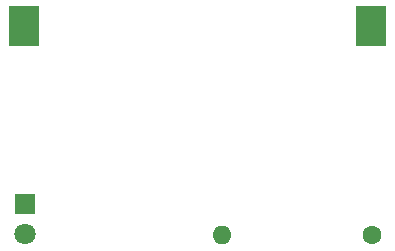
<source format=gbr>
%TF.GenerationSoftware,KiCad,Pcbnew,7.0.7*%
%TF.CreationDate,2023-09-23T00:26:09-07:00*%
%TF.ProjectId,getting-started,67657474-696e-4672-9d73-746172746564,rev?*%
%TF.SameCoordinates,Original*%
%TF.FileFunction,Soldermask,Bot*%
%TF.FilePolarity,Negative*%
%FSLAX46Y46*%
G04 Gerber Fmt 4.6, Leading zero omitted, Abs format (unit mm)*
G04 Created by KiCad (PCBNEW 7.0.7) date 2023-09-23 00:26:09*
%MOMM*%
%LPD*%
G01*
G04 APERTURE LIST*
%ADD10R,1.800000X1.800000*%
%ADD11C,1.800000*%
%ADD12O,1.600000X1.600000*%
%ADD13C,1.600000*%
%ADD14R,2.540000X3.510000*%
G04 APERTURE END LIST*
D10*
%TO.C,D1*%
X125342173Y-120449143D03*
D11*
X125342173Y-122989143D03*
%TD*%
D12*
%TO.C,R1*%
X142000000Y-123000000D03*
D13*
X154700000Y-123000000D03*
%TD*%
D14*
%TO.C,BT1*%
X154665891Y-105355936D03*
X125305891Y-105355936D03*
%TD*%
M02*

</source>
